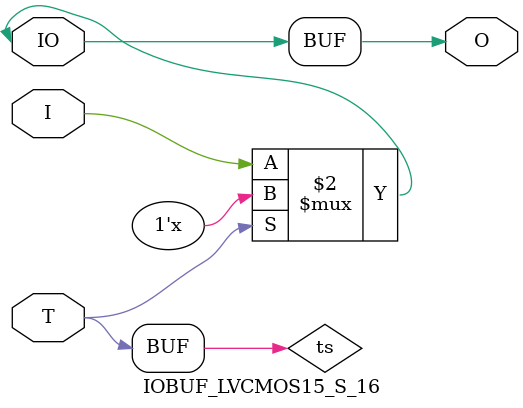
<source format=v>

/*

FUNCTION    : INPUT TRI-STATE OUTPUT BUFFER

*/

`celldefine
`timescale  100 ps / 10 ps

module IOBUF_LVCMOS15_S_16 (O, IO, I, T);

    output O;

    inout  IO;

    input  I, T;

    or O1 (ts, 1'b0, T);
    bufif0 T1 (IO, I, ts);

    buf B1 (O, IO);

endmodule

</source>
